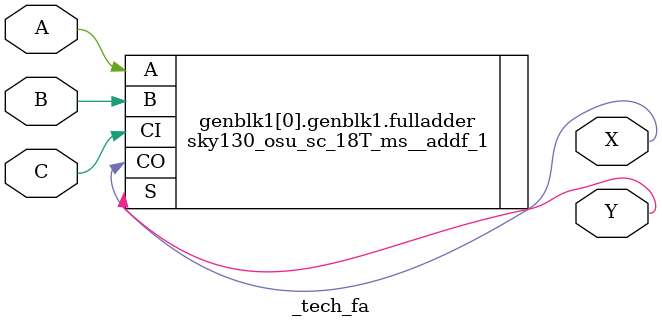
<source format=v>

(* techmap_celltype = "$fa" *)
module _tech_fa (A, B, C, X, Y);
  parameter WIDTH = 1;
  (* force_downto *)
    input [WIDTH-1 : 0] A, B, C;
  (* force_downto *)
    output [WIDTH-1 : 0] X, Y;
  
  parameter _TECHMAP_CONSTVAL_A_ = WIDTH'bx;
  parameter _TECHMAP_CONSTVAL_B_ = WIDTH'bx;
  parameter _TECHMAP_CONSTVAL_C_ = WIDTH'bx;
  
  genvar i;
  generate for (i = 0; i < WIDTH; i = i + 1) begin
      if (_TECHMAP_CONSTVAL_A_[i] === 1'b0 || _TECHMAP_CONSTVAL_B_[i] === 1'b0 || _TECHMAP_CONSTVAL_C_[i] === 1'b0) begin
        if (_TECHMAP_CONSTVAL_C_[i] === 1'b0) begin
          sky130_osu_sc_18T_ms__addh_1 halfadder_Cconst (
              .A(A[i]),
              .B(B[i]),
              .CO(X[i]), .S(Y[i])
            );
        end 
        else begin
          if (_TECHMAP_CONSTVAL_B_[i] === 1'b0) begin
            sky130_osu_sc_18T_ms__addh_1 halfadder_Bconst (
                .A(A[i]),
                .B(C[i]),
                .CO(X[i]), .S(Y[i])
              );
          end
          else begin
            sky130_osu_sc_18T_ms__addh_1 halfadder_Aconst (
                .A(B[i]),
                .B(C[i]),
                .CO(X[i]), .S(Y[i])
              );
          end
        end
      end
      else begin
        sky130_osu_sc_18T_ms__addf_1 fulladder (
            .A(A[i]), .B(B[i]), .CI(C[i]), .CO(X[i]), .S(Y[i])
          );
      end
    end endgenerate

endmodule

</source>
